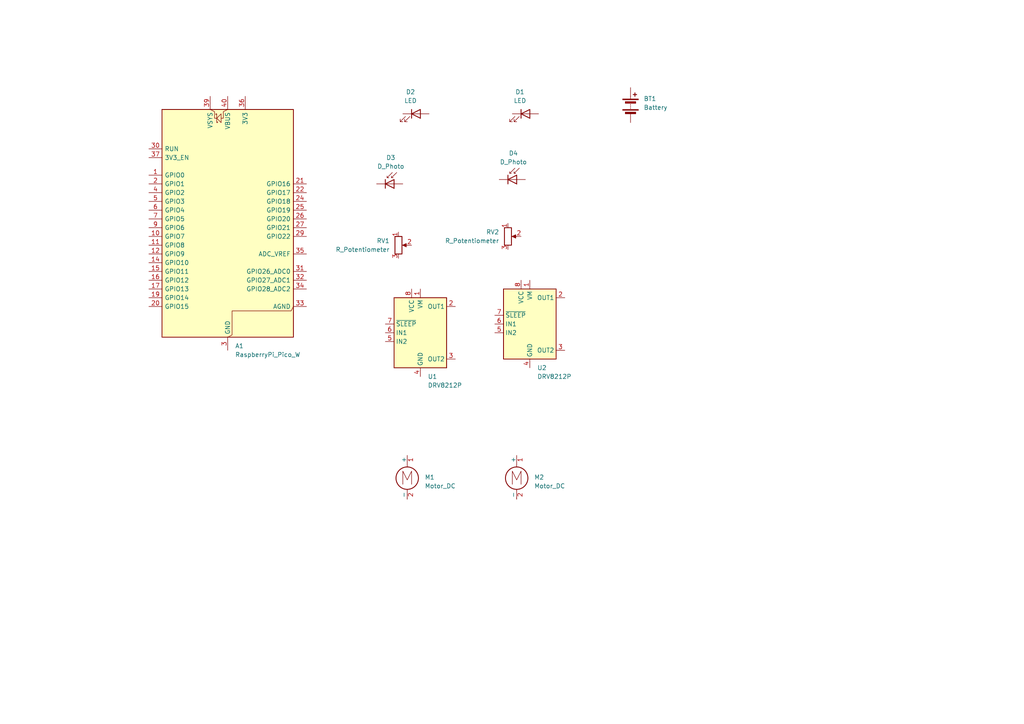
<source format=kicad_sch>
(kicad_sch
	(version 20250114)
	(generator "eeschema")
	(generator_version "9.0")
	(uuid "a1c311fc-695a-4ae7-a3de-e812e4629cb8")
	(paper "A4")
	(lib_symbols
		(symbol "Device:Battery"
			(pin_numbers
				(hide yes)
			)
			(pin_names
				(offset 0)
				(hide yes)
			)
			(exclude_from_sim no)
			(in_bom yes)
			(on_board yes)
			(property "Reference" "BT"
				(at 2.54 2.54 0)
				(effects
					(font
						(size 1.27 1.27)
					)
					(justify left)
				)
			)
			(property "Value" "Battery"
				(at 2.54 0 0)
				(effects
					(font
						(size 1.27 1.27)
					)
					(justify left)
				)
			)
			(property "Footprint" ""
				(at 0 1.524 90)
				(effects
					(font
						(size 1.27 1.27)
					)
					(hide yes)
				)
			)
			(property "Datasheet" "~"
				(at 0 1.524 90)
				(effects
					(font
						(size 1.27 1.27)
					)
					(hide yes)
				)
			)
			(property "Description" "Multiple-cell battery"
				(at 0 0 0)
				(effects
					(font
						(size 1.27 1.27)
					)
					(hide yes)
				)
			)
			(property "ki_keywords" "batt voltage-source cell"
				(at 0 0 0)
				(effects
					(font
						(size 1.27 1.27)
					)
					(hide yes)
				)
			)
			(symbol "Battery_0_1"
				(rectangle
					(start -2.286 1.778)
					(end 2.286 1.524)
					(stroke
						(width 0)
						(type default)
					)
					(fill
						(type outline)
					)
				)
				(rectangle
					(start -2.286 -1.27)
					(end 2.286 -1.524)
					(stroke
						(width 0)
						(type default)
					)
					(fill
						(type outline)
					)
				)
				(rectangle
					(start -1.524 1.016)
					(end 1.524 0.508)
					(stroke
						(width 0)
						(type default)
					)
					(fill
						(type outline)
					)
				)
				(rectangle
					(start -1.524 -2.032)
					(end 1.524 -2.54)
					(stroke
						(width 0)
						(type default)
					)
					(fill
						(type outline)
					)
				)
				(polyline
					(pts
						(xy 0 1.778) (xy 0 2.54)
					)
					(stroke
						(width 0)
						(type default)
					)
					(fill
						(type none)
					)
				)
				(polyline
					(pts
						(xy 0 0) (xy 0 0.254)
					)
					(stroke
						(width 0)
						(type default)
					)
					(fill
						(type none)
					)
				)
				(polyline
					(pts
						(xy 0 -0.508) (xy 0 -0.254)
					)
					(stroke
						(width 0)
						(type default)
					)
					(fill
						(type none)
					)
				)
				(polyline
					(pts
						(xy 0 -1.016) (xy 0 -0.762)
					)
					(stroke
						(width 0)
						(type default)
					)
					(fill
						(type none)
					)
				)
				(polyline
					(pts
						(xy 0.762 3.048) (xy 1.778 3.048)
					)
					(stroke
						(width 0.254)
						(type default)
					)
					(fill
						(type none)
					)
				)
				(polyline
					(pts
						(xy 1.27 3.556) (xy 1.27 2.54)
					)
					(stroke
						(width 0.254)
						(type default)
					)
					(fill
						(type none)
					)
				)
			)
			(symbol "Battery_1_1"
				(pin passive line
					(at 0 5.08 270)
					(length 2.54)
					(name "+"
						(effects
							(font
								(size 1.27 1.27)
							)
						)
					)
					(number "1"
						(effects
							(font
								(size 1.27 1.27)
							)
						)
					)
				)
				(pin passive line
					(at 0 -5.08 90)
					(length 2.54)
					(name "-"
						(effects
							(font
								(size 1.27 1.27)
							)
						)
					)
					(number "2"
						(effects
							(font
								(size 1.27 1.27)
							)
						)
					)
				)
			)
			(embedded_fonts no)
		)
		(symbol "Device:D_Photo"
			(pin_numbers
				(hide yes)
			)
			(pin_names
				(hide yes)
			)
			(exclude_from_sim no)
			(in_bom yes)
			(on_board yes)
			(property "Reference" "D"
				(at 0.508 1.778 0)
				(effects
					(font
						(size 1.27 1.27)
					)
					(justify left)
				)
			)
			(property "Value" "D_Photo"
				(at -1.016 -2.794 0)
				(effects
					(font
						(size 1.27 1.27)
					)
				)
			)
			(property "Footprint" ""
				(at -1.27 0 0)
				(effects
					(font
						(size 1.27 1.27)
					)
					(hide yes)
				)
			)
			(property "Datasheet" "~"
				(at -1.27 0 0)
				(effects
					(font
						(size 1.27 1.27)
					)
					(hide yes)
				)
			)
			(property "Description" "Photodiode"
				(at 0 0 0)
				(effects
					(font
						(size 1.27 1.27)
					)
					(hide yes)
				)
			)
			(property "ki_keywords" "photodiode diode opto"
				(at 0 0 0)
				(effects
					(font
						(size 1.27 1.27)
					)
					(hide yes)
				)
			)
			(symbol "D_Photo_0_1"
				(polyline
					(pts
						(xy -2.54 1.27) (xy -2.54 -1.27)
					)
					(stroke
						(width 0.254)
						(type default)
					)
					(fill
						(type none)
					)
				)
				(polyline
					(pts
						(xy -2.032 1.778) (xy -1.524 1.778)
					)
					(stroke
						(width 0)
						(type default)
					)
					(fill
						(type none)
					)
				)
				(polyline
					(pts
						(xy -0.508 3.302) (xy -2.032 1.778) (xy -2.032 2.286)
					)
					(stroke
						(width 0)
						(type default)
					)
					(fill
						(type none)
					)
				)
				(polyline
					(pts
						(xy 0 0) (xy -2.54 0)
					)
					(stroke
						(width 0)
						(type default)
					)
					(fill
						(type none)
					)
				)
				(polyline
					(pts
						(xy 0 -1.27) (xy 0 1.27) (xy -2.54 0) (xy 0 -1.27)
					)
					(stroke
						(width 0.254)
						(type default)
					)
					(fill
						(type none)
					)
				)
				(polyline
					(pts
						(xy 0.762 3.302) (xy -0.762 1.778) (xy -0.762 2.286) (xy -0.762 1.778) (xy -0.254 1.778)
					)
					(stroke
						(width 0)
						(type default)
					)
					(fill
						(type none)
					)
				)
			)
			(symbol "D_Photo_1_1"
				(pin passive line
					(at -5.08 0 0)
					(length 2.54)
					(name "K"
						(effects
							(font
								(size 1.27 1.27)
							)
						)
					)
					(number "1"
						(effects
							(font
								(size 1.27 1.27)
							)
						)
					)
				)
				(pin passive line
					(at 2.54 0 180)
					(length 2.54)
					(name "A"
						(effects
							(font
								(size 1.27 1.27)
							)
						)
					)
					(number "2"
						(effects
							(font
								(size 1.27 1.27)
							)
						)
					)
				)
			)
			(embedded_fonts no)
		)
		(symbol "Device:LED"
			(pin_numbers
				(hide yes)
			)
			(pin_names
				(offset 1.016)
				(hide yes)
			)
			(exclude_from_sim no)
			(in_bom yes)
			(on_board yes)
			(property "Reference" "D"
				(at 0 2.54 0)
				(effects
					(font
						(size 1.27 1.27)
					)
				)
			)
			(property "Value" "LED"
				(at 0 -2.54 0)
				(effects
					(font
						(size 1.27 1.27)
					)
				)
			)
			(property "Footprint" ""
				(at 0 0 0)
				(effects
					(font
						(size 1.27 1.27)
					)
					(hide yes)
				)
			)
			(property "Datasheet" "~"
				(at 0 0 0)
				(effects
					(font
						(size 1.27 1.27)
					)
					(hide yes)
				)
			)
			(property "Description" "Light emitting diode"
				(at 0 0 0)
				(effects
					(font
						(size 1.27 1.27)
					)
					(hide yes)
				)
			)
			(property "Sim.Pins" "1=K 2=A"
				(at 0 0 0)
				(effects
					(font
						(size 1.27 1.27)
					)
					(hide yes)
				)
			)
			(property "ki_keywords" "LED diode"
				(at 0 0 0)
				(effects
					(font
						(size 1.27 1.27)
					)
					(hide yes)
				)
			)
			(property "ki_fp_filters" "LED* LED_SMD:* LED_THT:*"
				(at 0 0 0)
				(effects
					(font
						(size 1.27 1.27)
					)
					(hide yes)
				)
			)
			(symbol "LED_0_1"
				(polyline
					(pts
						(xy -3.048 -0.762) (xy -4.572 -2.286) (xy -3.81 -2.286) (xy -4.572 -2.286) (xy -4.572 -1.524)
					)
					(stroke
						(width 0)
						(type default)
					)
					(fill
						(type none)
					)
				)
				(polyline
					(pts
						(xy -1.778 -0.762) (xy -3.302 -2.286) (xy -2.54 -2.286) (xy -3.302 -2.286) (xy -3.302 -1.524)
					)
					(stroke
						(width 0)
						(type default)
					)
					(fill
						(type none)
					)
				)
				(polyline
					(pts
						(xy -1.27 0) (xy 1.27 0)
					)
					(stroke
						(width 0)
						(type default)
					)
					(fill
						(type none)
					)
				)
				(polyline
					(pts
						(xy -1.27 -1.27) (xy -1.27 1.27)
					)
					(stroke
						(width 0.254)
						(type default)
					)
					(fill
						(type none)
					)
				)
				(polyline
					(pts
						(xy 1.27 -1.27) (xy 1.27 1.27) (xy -1.27 0) (xy 1.27 -1.27)
					)
					(stroke
						(width 0.254)
						(type default)
					)
					(fill
						(type none)
					)
				)
			)
			(symbol "LED_1_1"
				(pin passive line
					(at -3.81 0 0)
					(length 2.54)
					(name "K"
						(effects
							(font
								(size 1.27 1.27)
							)
						)
					)
					(number "1"
						(effects
							(font
								(size 1.27 1.27)
							)
						)
					)
				)
				(pin passive line
					(at 3.81 0 180)
					(length 2.54)
					(name "A"
						(effects
							(font
								(size 1.27 1.27)
							)
						)
					)
					(number "2"
						(effects
							(font
								(size 1.27 1.27)
							)
						)
					)
				)
			)
			(embedded_fonts no)
		)
		(symbol "Device:R_Potentiometer"
			(pin_names
				(offset 1.016)
				(hide yes)
			)
			(exclude_from_sim no)
			(in_bom yes)
			(on_board yes)
			(property "Reference" "RV"
				(at -4.445 0 90)
				(effects
					(font
						(size 1.27 1.27)
					)
				)
			)
			(property "Value" "R_Potentiometer"
				(at -2.54 0 90)
				(effects
					(font
						(size 1.27 1.27)
					)
				)
			)
			(property "Footprint" ""
				(at 0 0 0)
				(effects
					(font
						(size 1.27 1.27)
					)
					(hide yes)
				)
			)
			(property "Datasheet" "~"
				(at 0 0 0)
				(effects
					(font
						(size 1.27 1.27)
					)
					(hide yes)
				)
			)
			(property "Description" "Potentiometer"
				(at 0 0 0)
				(effects
					(font
						(size 1.27 1.27)
					)
					(hide yes)
				)
			)
			(property "ki_keywords" "resistor variable"
				(at 0 0 0)
				(effects
					(font
						(size 1.27 1.27)
					)
					(hide yes)
				)
			)
			(property "ki_fp_filters" "Potentiometer*"
				(at 0 0 0)
				(effects
					(font
						(size 1.27 1.27)
					)
					(hide yes)
				)
			)
			(symbol "R_Potentiometer_0_1"
				(rectangle
					(start 1.016 2.54)
					(end -1.016 -2.54)
					(stroke
						(width 0.254)
						(type default)
					)
					(fill
						(type none)
					)
				)
				(polyline
					(pts
						(xy 1.143 0) (xy 2.286 0.508) (xy 2.286 -0.508) (xy 1.143 0)
					)
					(stroke
						(width 0)
						(type default)
					)
					(fill
						(type outline)
					)
				)
				(polyline
					(pts
						(xy 2.54 0) (xy 1.524 0)
					)
					(stroke
						(width 0)
						(type default)
					)
					(fill
						(type none)
					)
				)
			)
			(symbol "R_Potentiometer_1_1"
				(pin passive line
					(at 0 3.81 270)
					(length 1.27)
					(name "1"
						(effects
							(font
								(size 1.27 1.27)
							)
						)
					)
					(number "1"
						(effects
							(font
								(size 1.27 1.27)
							)
						)
					)
				)
				(pin passive line
					(at 0 -3.81 90)
					(length 1.27)
					(name "3"
						(effects
							(font
								(size 1.27 1.27)
							)
						)
					)
					(number "3"
						(effects
							(font
								(size 1.27 1.27)
							)
						)
					)
				)
				(pin passive line
					(at 3.81 0 180)
					(length 1.27)
					(name "2"
						(effects
							(font
								(size 1.27 1.27)
							)
						)
					)
					(number "2"
						(effects
							(font
								(size 1.27 1.27)
							)
						)
					)
				)
			)
			(embedded_fonts no)
		)
		(symbol "Driver_Motor:DRV8212P"
			(exclude_from_sim no)
			(in_bom yes)
			(on_board yes)
			(property "Reference" "U"
				(at 6.35 11.43 0)
				(effects
					(font
						(size 1.27 1.27)
					)
				)
			)
			(property "Value" "DRV8212P"
				(at -10.16 11.43 0)
				(effects
					(font
						(size 1.27 1.27)
					)
				)
			)
			(property "Footprint" "Package_SON:WSON-8-1EP_2x2mm_P0.5mm_EP0.9x1.6mm_ThermalVias"
				(at 0 -21.59 0)
				(effects
					(font
						(size 1.27 1.27)
					)
					(hide yes)
				)
			)
			(property "Datasheet" "https://www.ti.com/lit/ds/symlink/drv8212p.pdf"
				(at 0 0 0)
				(effects
					(font
						(size 1.27 1.27)
					)
					(hide yes)
				)
			)
			(property "Description" "H-Bridge driver, 4A, Low Voltage, PWM input, WSON-8"
				(at 0 0 0)
				(effects
					(font
						(size 1.27 1.27)
					)
					(hide yes)
				)
			)
			(property "ki_keywords" "half bridge driver"
				(at 0 0 0)
				(effects
					(font
						(size 1.27 1.27)
					)
					(hide yes)
				)
			)
			(property "ki_fp_filters" "WSON*1EP*2x2mm*P0.5mm*"
				(at 0 0 0)
				(effects
					(font
						(size 1.27 1.27)
					)
					(hide yes)
				)
			)
			(symbol "DRV8212P_0_1"
				(rectangle
					(start -7.62 10.16)
					(end 7.62 -10.16)
					(stroke
						(width 0.254)
						(type default)
					)
					(fill
						(type background)
					)
				)
			)
			(symbol "DRV8212P_1_1"
				(pin input line
					(at -10.16 2.54 0)
					(length 2.54)
					(name "~{SLEEP}"
						(effects
							(font
								(size 1.27 1.27)
							)
						)
					)
					(number "7"
						(effects
							(font
								(size 1.27 1.27)
							)
						)
					)
				)
				(pin input line
					(at -10.16 0 0)
					(length 2.54)
					(name "IN1"
						(effects
							(font
								(size 1.27 1.27)
							)
						)
					)
					(number "6"
						(effects
							(font
								(size 1.27 1.27)
							)
						)
					)
				)
				(pin input line
					(at -10.16 -2.54 0)
					(length 2.54)
					(name "IN2"
						(effects
							(font
								(size 1.27 1.27)
							)
						)
					)
					(number "5"
						(effects
							(font
								(size 1.27 1.27)
							)
						)
					)
				)
				(pin power_in line
					(at -2.54 12.7 270)
					(length 2.54)
					(name "VCC"
						(effects
							(font
								(size 1.27 1.27)
							)
						)
					)
					(number "8"
						(effects
							(font
								(size 1.27 1.27)
							)
						)
					)
				)
				(pin power_in line
					(at 0 12.7 270)
					(length 2.54)
					(name "VM"
						(effects
							(font
								(size 1.27 1.27)
							)
						)
					)
					(number "1"
						(effects
							(font
								(size 1.27 1.27)
							)
						)
					)
				)
				(pin power_in line
					(at 0 -12.7 90)
					(length 2.54)
					(name "GND"
						(effects
							(font
								(size 1.27 1.27)
							)
						)
					)
					(number "4"
						(effects
							(font
								(size 1.27 1.27)
							)
						)
					)
				)
				(pin passive line
					(at 0 -12.7 90)
					(length 2.54)
					(hide yes)
					(name "GND"
						(effects
							(font
								(size 1.27 1.27)
							)
						)
					)
					(number "9"
						(effects
							(font
								(size 1.27 1.27)
							)
						)
					)
				)
				(pin output line
					(at 10.16 7.62 180)
					(length 2.54)
					(name "OUT1"
						(effects
							(font
								(size 1.27 1.27)
							)
						)
					)
					(number "2"
						(effects
							(font
								(size 1.27 1.27)
							)
						)
					)
				)
				(pin output line
					(at 10.16 -7.62 180)
					(length 2.54)
					(name "OUT2"
						(effects
							(font
								(size 1.27 1.27)
							)
						)
					)
					(number "3"
						(effects
							(font
								(size 1.27 1.27)
							)
						)
					)
				)
			)
			(embedded_fonts no)
		)
		(symbol "MCU_Module:RaspberryPi_Pico_W"
			(pin_names
				(offset 0.762)
			)
			(exclude_from_sim no)
			(in_bom yes)
			(on_board yes)
			(property "Reference" "A"
				(at -19.05 35.56 0)
				(effects
					(font
						(size 1.27 1.27)
					)
					(justify left)
				)
			)
			(property "Value" "RaspberryPi_Pico_W"
				(at 7.62 35.56 0)
				(effects
					(font
						(size 1.27 1.27)
					)
					(justify left)
				)
			)
			(property "Footprint" "Module:RaspberryPi_Pico_W_SMD_HandSolder"
				(at 0 -46.99 0)
				(effects
					(font
						(size 1.27 1.27)
					)
					(hide yes)
				)
			)
			(property "Datasheet" "https://datasheets.raspberrypi.com/picow/pico-w-datasheet.pdf"
				(at 0 -49.53 0)
				(effects
					(font
						(size 1.27 1.27)
					)
					(hide yes)
				)
			)
			(property "Description" "Versatile and inexpensive wireless microcontroller module powered by RP2040 dual-core Arm Cortex-M0+ processor up to 133 MHz, 264kB SRAM, 2MB QSPI flash, Infineon CYW43439 2.4GHz 802.11n wireless LAN; also supports Raspberry Pi Pico 2 W"
				(at 0 -52.07 0)
				(effects
					(font
						(size 1.27 1.27)
					)
					(hide yes)
				)
			)
			(property "ki_keywords" "RP2350A M33 RISC-V Hazard3 usb wifi bluetooth"
				(at 0 0 0)
				(effects
					(font
						(size 1.27 1.27)
					)
					(hide yes)
				)
			)
			(property "ki_fp_filters" "RaspberryPi?Pico?Common* RaspberryPi?Pico?W?SMD*"
				(at 0 0 0)
				(effects
					(font
						(size 1.27 1.27)
					)
					(hide yes)
				)
			)
			(symbol "RaspberryPi_Pico_W_0_1"
				(rectangle
					(start -19.05 34.29)
					(end 19.05 -31.75)
					(stroke
						(width 0.254)
						(type default)
					)
					(fill
						(type background)
					)
				)
				(polyline
					(pts
						(xy -5.08 34.29) (xy -3.81 33.655) (xy -3.81 31.75) (xy -3.175 31.75)
					)
					(stroke
						(width 0)
						(type default)
					)
					(fill
						(type none)
					)
				)
				(polyline
					(pts
						(xy -3.429 32.766) (xy -3.429 33.02) (xy -3.175 33.02) (xy -3.175 30.48) (xy -2.921 30.48) (xy -2.921 30.734)
					)
					(stroke
						(width 0)
						(type default)
					)
					(fill
						(type none)
					)
				)
				(polyline
					(pts
						(xy -3.175 31.75) (xy -1.905 33.02) (xy -1.905 30.48) (xy -3.175 31.75)
					)
					(stroke
						(width 0)
						(type default)
					)
					(fill
						(type none)
					)
				)
				(polyline
					(pts
						(xy 0 34.29) (xy -1.27 33.655) (xy -1.27 31.75) (xy -1.905 31.75)
					)
					(stroke
						(width 0)
						(type default)
					)
					(fill
						(type none)
					)
				)
				(polyline
					(pts
						(xy 0 -31.75) (xy 1.27 -31.115) (xy 1.27 -24.13) (xy 18.415 -24.13) (xy 19.05 -22.86)
					)
					(stroke
						(width 0)
						(type default)
					)
					(fill
						(type none)
					)
				)
			)
			(symbol "RaspberryPi_Pico_W_1_1"
				(pin passive line
					(at -22.86 22.86 0)
					(length 3.81)
					(name "RUN"
						(effects
							(font
								(size 1.27 1.27)
							)
						)
					)
					(number "30"
						(effects
							(font
								(size 1.27 1.27)
							)
						)
					)
					(alternate "~{RESET}" passive line)
				)
				(pin passive line
					(at -22.86 20.32 0)
					(length 3.81)
					(name "3V3_EN"
						(effects
							(font
								(size 1.27 1.27)
							)
						)
					)
					(number "37"
						(effects
							(font
								(size 1.27 1.27)
							)
						)
					)
					(alternate "~{3V3_DISABLE}" passive line)
				)
				(pin bidirectional line
					(at -22.86 15.24 0)
					(length 3.81)
					(name "GPIO0"
						(effects
							(font
								(size 1.27 1.27)
							)
						)
					)
					(number "1"
						(effects
							(font
								(size 1.27 1.27)
							)
						)
					)
					(alternate "I2C0_SDA" bidirectional line)
					(alternate "PWM0_A" output line)
					(alternate "SPI0_RX" input line)
					(alternate "UART0_TX" output line)
					(alternate "USB_OVCUR_DET" input line)
				)
				(pin bidirectional line
					(at -22.86 12.7 0)
					(length 3.81)
					(name "GPIO1"
						(effects
							(font
								(size 1.27 1.27)
							)
						)
					)
					(number "2"
						(effects
							(font
								(size 1.27 1.27)
							)
						)
					)
					(alternate "I2C0_SCL" bidirectional clock)
					(alternate "PWM0_B" bidirectional line)
					(alternate "UART0_RX" input line)
					(alternate "USB_VBUS_DET" passive line)
					(alternate "~{SPI0_CSn}" bidirectional line)
				)
				(pin bidirectional line
					(at -22.86 10.16 0)
					(length 3.81)
					(name "GPIO2"
						(effects
							(font
								(size 1.27 1.27)
							)
						)
					)
					(number "4"
						(effects
							(font
								(size 1.27 1.27)
							)
						)
					)
					(alternate "I2C1_SDA" bidirectional line)
					(alternate "PWM1_A" output line)
					(alternate "SPI0_SCK" bidirectional clock)
					(alternate "UART0_CTS" input line)
					(alternate "USB_VBUS_EN" output line)
				)
				(pin bidirectional line
					(at -22.86 7.62 0)
					(length 3.81)
					(name "GPIO3"
						(effects
							(font
								(size 1.27 1.27)
							)
						)
					)
					(number "5"
						(effects
							(font
								(size 1.27 1.27)
							)
						)
					)
					(alternate "I2C1_SCL" bidirectional clock)
					(alternate "PWM1_B" bidirectional line)
					(alternate "SPI0_TX" output line)
					(alternate "UART0_RTS" output line)
					(alternate "USB_OVCUR_DET" input line)
				)
				(pin bidirectional line
					(at -22.86 5.08 0)
					(length 3.81)
					(name "GPIO4"
						(effects
							(font
								(size 1.27 1.27)
							)
						)
					)
					(number "6"
						(effects
							(font
								(size 1.27 1.27)
							)
						)
					)
					(alternate "I2C0_SDA" bidirectional line)
					(alternate "PWM2_A" output line)
					(alternate "SPI0_RX" input line)
					(alternate "UART1_TX" output line)
					(alternate "USB_VBUS_DET" input line)
				)
				(pin bidirectional line
					(at -22.86 2.54 0)
					(length 3.81)
					(name "GPIO5"
						(effects
							(font
								(size 1.27 1.27)
							)
						)
					)
					(number "7"
						(effects
							(font
								(size 1.27 1.27)
							)
						)
					)
					(alternate "I2C0_SCL" bidirectional clock)
					(alternate "PWM2_B" bidirectional line)
					(alternate "UART1_RX" input line)
					(alternate "USB_VBUS_EN" output line)
					(alternate "~{SPI0_CSn}" bidirectional line)
				)
				(pin bidirectional line
					(at -22.86 0 0)
					(length 3.81)
					(name "GPIO6"
						(effects
							(font
								(size 1.27 1.27)
							)
						)
					)
					(number "9"
						(effects
							(font
								(size 1.27 1.27)
							)
						)
					)
					(alternate "I2C1_SDA" bidirectional line)
					(alternate "PWM3_A" output line)
					(alternate "SPI0_SCK" bidirectional clock)
					(alternate "UART1_CTS" input line)
					(alternate "USB_OVCUR_DET" input line)
				)
				(pin bidirectional line
					(at -22.86 -2.54 0)
					(length 3.81)
					(name "GPIO7"
						(effects
							(font
								(size 1.27 1.27)
							)
						)
					)
					(number "10"
						(effects
							(font
								(size 1.27 1.27)
							)
						)
					)
					(alternate "I2C1_SCL" bidirectional clock)
					(alternate "PWM3_B" bidirectional line)
					(alternate "SPI0_TX" output line)
					(alternate "UART1_RTS" output line)
					(alternate "USB_VBUS_DET" input line)
				)
				(pin bidirectional line
					(at -22.86 -5.08 0)
					(length 3.81)
					(name "GPIO8"
						(effects
							(font
								(size 1.27 1.27)
							)
						)
					)
					(number "11"
						(effects
							(font
								(size 1.27 1.27)
							)
						)
					)
					(alternate "I2C0_SDA" bidirectional line)
					(alternate "PWM4_A" output line)
					(alternate "SPI1_RX" input line)
					(alternate "UART1_TX" output line)
					(alternate "USB_VBUS_EN" output line)
				)
				(pin bidirectional line
					(at -22.86 -7.62 0)
					(length 3.81)
					(name "GPIO9"
						(effects
							(font
								(size 1.27 1.27)
							)
						)
					)
					(number "12"
						(effects
							(font
								(size 1.27 1.27)
							)
						)
					)
					(alternate "I2C0_SCL" bidirectional clock)
					(alternate "PWM4_B" bidirectional line)
					(alternate "UART1_RX" input line)
					(alternate "USB_OVCUR_DET" input line)
					(alternate "~{SPI1_CSn}" bidirectional line)
				)
				(pin bidirectional line
					(at -22.86 -10.16 0)
					(length 3.81)
					(name "GPIO10"
						(effects
							(font
								(size 1.27 1.27)
							)
						)
					)
					(number "14"
						(effects
							(font
								(size 1.27 1.27)
							)
						)
					)
					(alternate "I2C1_SDA" bidirectional line)
					(alternate "PWM5_A" output line)
					(alternate "SPI1_SCK" bidirectional clock)
					(alternate "UART1_CTS" input line)
					(alternate "USB_VBUS_DET" input line)
				)
				(pin bidirectional line
					(at -22.86 -12.7 0)
					(length 3.81)
					(name "GPIO11"
						(effects
							(font
								(size 1.27 1.27)
							)
						)
					)
					(number "15"
						(effects
							(font
								(size 1.27 1.27)
							)
						)
					)
					(alternate "I2C1_SCL" bidirectional clock)
					(alternate "PWM5_B" bidirectional line)
					(alternate "SPI1_TX" output line)
					(alternate "UART1_RTS" output line)
					(alternate "USB_VBUS_EN" output line)
				)
				(pin bidirectional line
					(at -22.86 -15.24 0)
					(length 3.81)
					(name "GPIO12"
						(effects
							(font
								(size 1.27 1.27)
							)
						)
					)
					(number "16"
						(effects
							(font
								(size 1.27 1.27)
							)
						)
					)
					(alternate "I2C0_SDA" bidirectional line)
					(alternate "PWM6_A" output line)
					(alternate "SPI1_RX" input line)
					(alternate "UART0_TX" output line)
					(alternate "USB_OVCUR_DET" input line)
				)
				(pin bidirectional line
					(at -22.86 -17.78 0)
					(length 3.81)
					(name "GPIO13"
						(effects
							(font
								(size 1.27 1.27)
							)
						)
					)
					(number "17"
						(effects
							(font
								(size 1.27 1.27)
							)
						)
					)
					(alternate "I2C0_SCL" bidirectional clock)
					(alternate "PWM6_B" bidirectional line)
					(alternate "UART0_RX" input line)
					(alternate "USB_VBUS_DET" input line)
					(alternate "~{SPI1_CSn}" bidirectional line)
				)
				(pin bidirectional line
					(at -22.86 -20.32 0)
					(length 3.81)
					(name "GPIO14"
						(effects
							(font
								(size 1.27 1.27)
							)
						)
					)
					(number "19"
						(effects
							(font
								(size 1.27 1.27)
							)
						)
					)
					(alternate "I2C1_SDA" bidirectional line)
					(alternate "PWM7_A" output line)
					(alternate "SPI1_SCK" bidirectional clock)
					(alternate "UART0_CTS" input line)
					(alternate "USB_VBUS_EN" output line)
				)
				(pin bidirectional line
					(at -22.86 -22.86 0)
					(length 3.81)
					(name "GPIO15"
						(effects
							(font
								(size 1.27 1.27)
							)
						)
					)
					(number "20"
						(effects
							(font
								(size 1.27 1.27)
							)
						)
					)
					(alternate "I2C1_SCL" bidirectional clock)
					(alternate "PWM7_B" bidirectional line)
					(alternate "SPI1_TX" output line)
					(alternate "UART0_RTS" output line)
					(alternate "USB_OVCUR_DET" input line)
				)
				(pin power_in line
					(at -5.08 38.1 270)
					(length 3.81)
					(name "VSYS"
						(effects
							(font
								(size 1.27 1.27)
							)
						)
					)
					(number "39"
						(effects
							(font
								(size 1.27 1.27)
							)
						)
					)
					(alternate "VSYS_OUT" power_out line)
				)
				(pin power_out line
					(at 0 38.1 270)
					(length 3.81)
					(name "VBUS"
						(effects
							(font
								(size 1.27 1.27)
							)
						)
					)
					(number "40"
						(effects
							(font
								(size 1.27 1.27)
							)
						)
					)
					(alternate "VBUS_IN" power_in line)
				)
				(pin passive line
					(at 0 -35.56 90)
					(length 3.81)
					(hide yes)
					(name "GND"
						(effects
							(font
								(size 1.27 1.27)
							)
						)
					)
					(number "13"
						(effects
							(font
								(size 1.27 1.27)
							)
						)
					)
				)
				(pin passive line
					(at 0 -35.56 90)
					(length 3.81)
					(hide yes)
					(name "GND"
						(effects
							(font
								(size 1.27 1.27)
							)
						)
					)
					(number "18"
						(effects
							(font
								(size 1.27 1.27)
							)
						)
					)
				)
				(pin passive line
					(at 0 -35.56 90)
					(length 3.81)
					(hide yes)
					(name "GND"
						(effects
							(font
								(size 1.27 1.27)
							)
						)
					)
					(number "23"
						(effects
							(font
								(size 1.27 1.27)
							)
						)
					)
				)
				(pin passive line
					(at 0 -35.56 90)
					(length 3.81)
					(hide yes)
					(name "GND"
						(effects
							(font
								(size 1.27 1.27)
							)
						)
					)
					(number "28"
						(effects
							(font
								(size 1.27 1.27)
							)
						)
					)
				)
				(pin power_out line
					(at 0 -35.56 90)
					(length 3.81)
					(name "GND"
						(effects
							(font
								(size 1.27 1.27)
							)
						)
					)
					(number "3"
						(effects
							(font
								(size 1.27 1.27)
							)
						)
					)
					(alternate "GND_IN" power_in line)
				)
				(pin passive line
					(at 0 -35.56 90)
					(length 3.81)
					(hide yes)
					(name "GND"
						(effects
							(font
								(size 1.27 1.27)
							)
						)
					)
					(number "38"
						(effects
							(font
								(size 1.27 1.27)
							)
						)
					)
				)
				(pin passive line
					(at 0 -35.56 90)
					(length 3.81)
					(hide yes)
					(name "GND"
						(effects
							(font
								(size 1.27 1.27)
							)
						)
					)
					(number "8"
						(effects
							(font
								(size 1.27 1.27)
							)
						)
					)
				)
				(pin power_out line
					(at 5.08 38.1 270)
					(length 3.81)
					(name "3V3"
						(effects
							(font
								(size 1.27 1.27)
							)
						)
					)
					(number "36"
						(effects
							(font
								(size 1.27 1.27)
							)
						)
					)
				)
				(pin bidirectional line
					(at 22.86 12.7 180)
					(length 3.81)
					(name "GPIO16"
						(effects
							(font
								(size 1.27 1.27)
							)
						)
					)
					(number "21"
						(effects
							(font
								(size 1.27 1.27)
							)
						)
					)
					(alternate "I2C0_SDA" bidirectional line)
					(alternate "PWM0_A" output line)
					(alternate "SPI0_RX" input line)
					(alternate "UART0_TX" output line)
					(alternate "USB_VBUS_DET" input line)
				)
				(pin bidirectional line
					(at 22.86 10.16 180)
					(length 3.81)
					(name "GPIO17"
						(effects
							(font
								(size 1.27 1.27)
							)
						)
					)
					(number "22"
						(effects
							(font
								(size 1.27 1.27)
							)
						)
					)
					(alternate "I2C0_SCL" bidirectional clock)
					(alternate "PWM0_B" bidirectional line)
					(alternate "UART0_RX" input line)
					(alternate "USB_VBUS_EN" output line)
					(alternate "~{SPI0_CSn}" bidirectional line)
				)
				(pin bidirectional line
					(at 22.86 7.62 180)
					(length 3.81)
					(name "GPIO18"
						(effects
							(font
								(size 1.27 1.27)
							)
						)
					)
					(number "24"
						(effects
							(font
								(size 1.27 1.27)
							)
						)
					)
					(alternate "I2C1_SDA" bidirectional line)
					(alternate "PWM1_A" output line)
					(alternate "SPI0_SCK" bidirectional clock)
					(alternate "UART0_CTS" input line)
					(alternate "USB_OVCUR_DET" input line)
				)
				(pin bidirectional line
					(at 22.86 5.08 180)
					(length 3.81)
					(name "GPIO19"
						(effects
							(font
								(size 1.27 1.27)
							)
						)
					)
					(number "25"
						(effects
							(font
								(size 1.27 1.27)
							)
						)
					)
					(alternate "I2C1_SCL" bidirectional clock)
					(alternate "PWM1_B" bidirectional line)
					(alternate "SPI0_TX" output line)
					(alternate "UART0_RTS" output line)
					(alternate "USB_VBUS_DET" input line)
				)
				(pin bidirectional line
					(at 22.86 2.54 180)
					(length 3.81)
					(name "GPIO20"
						(effects
							(font
								(size 1.27 1.27)
							)
						)
					)
					(number "26"
						(effects
							(font
								(size 1.27 1.27)
							)
						)
					)
					(alternate "CLOCK_GPIN0" input clock)
					(alternate "I2C0_SDA" bidirectional line)
					(alternate "PWM2_A" output line)
					(alternate "SPI0_RX" input line)
					(alternate "UART1_TX" output line)
					(alternate "USB_VBUS_EN" output line)
				)
				(pin bidirectional line
					(at 22.86 0 180)
					(length 3.81)
					(name "GPIO21"
						(effects
							(font
								(size 1.27 1.27)
							)
						)
					)
					(number "27"
						(effects
							(font
								(size 1.27 1.27)
							)
						)
					)
					(alternate "CLOCK_GPOUT0" output clock)
					(alternate "I2C0_SCL" bidirectional clock)
					(alternate "PWM2_B" bidirectional line)
					(alternate "UART1_RX" input line)
					(alternate "USB_OVCUR_DET" input line)
					(alternate "~{SPI0_CSn}" bidirectional line)
				)
				(pin bidirectional line
					(at 22.86 -2.54 180)
					(length 3.81)
					(name "GPIO22"
						(effects
							(font
								(size 1.27 1.27)
							)
						)
					)
					(number "29"
						(effects
							(font
								(size 1.27 1.27)
							)
						)
					)
					(alternate "CLOCK_GPIN1" input clock)
					(alternate "I2C1_SDA" bidirectional line)
					(alternate "PWM3_A" output line)
					(alternate "SPI0_SCK" bidirectional clock)
					(alternate "UART1_CTS" input line)
					(alternate "USB_VBUS_DET" input line)
				)
				(pin power_in line
					(at 22.86 -7.62 180)
					(length 3.81)
					(name "ADC_VREF"
						(effects
							(font
								(size 1.27 1.27)
							)
						)
					)
					(number "35"
						(effects
							(font
								(size 1.27 1.27)
							)
						)
					)
				)
				(pin bidirectional line
					(at 22.86 -12.7 180)
					(length 3.81)
					(name "GPIO26_ADC0"
						(effects
							(font
								(size 1.27 1.27)
							)
						)
					)
					(number "31"
						(effects
							(font
								(size 1.27 1.27)
							)
						)
					)
					(alternate "ADC0" input line)
					(alternate "GPIO26" bidirectional line)
					(alternate "I2C1_SDA" bidirectional line)
					(alternate "PWM5_A" output line)
					(alternate "SPI1_SCK" bidirectional clock)
					(alternate "UART1_CTS" input line)
					(alternate "USB_VBUS_EN" output line)
				)
				(pin bidirectional line
					(at 22.86 -15.24 180)
					(length 3.81)
					(name "GPIO27_ADC1"
						(effects
							(font
								(size 1.27 1.27)
							)
						)
					)
					(number "32"
						(effects
							(font
								(size 1.27 1.27)
							)
						)
					)
					(alternate "ADC1" input line)
					(alternate "GPIO27" bidirectional line)
					(alternate "I2C1_SCL" bidirectional clock)
					(alternate "PWM5_B" bidirectional line)
					(alternate "SPI1_TX" output line)
					(alternate "UART1_RTS" output line)
					(alternate "USB_OVCUR_DET" input line)
				)
				(pin bidirectional line
					(at 22.86 -17.78 180)
					(length 3.81)
					(name "GPIO28_ADC2"
						(effects
							(font
								(size 1.27 1.27)
							)
						)
					)
					(number "34"
						(effects
							(font
								(size 1.27 1.27)
							)
						)
					)
					(alternate "ADC2" input line)
					(alternate "GPIO28" bidirectional line)
					(alternate "I2C0_SDA" bidirectional line)
					(alternate "PWM6_A" output line)
					(alternate "SPI1_RX" input line)
					(alternate "UART0_TX" output line)
					(alternate "USB_VBUS_DET" input line)
				)
				(pin power_out line
					(at 22.86 -22.86 180)
					(length 3.81)
					(name "AGND"
						(effects
							(font
								(size 1.27 1.27)
							)
						)
					)
					(number "33"
						(effects
							(font
								(size 1.27 1.27)
							)
						)
					)
					(alternate "GND" passive line)
				)
			)
			(embedded_fonts no)
		)
		(symbol "Motor:Motor_DC"
			(pin_names
				(offset 0)
			)
			(exclude_from_sim no)
			(in_bom yes)
			(on_board yes)
			(property "Reference" "M"
				(at 2.54 2.54 0)
				(effects
					(font
						(size 1.27 1.27)
					)
					(justify left)
				)
			)
			(property "Value" "Motor_DC"
				(at 2.54 -5.08 0)
				(effects
					(font
						(size 1.27 1.27)
					)
					(justify left top)
				)
			)
			(property "Footprint" ""
				(at 0 -2.286 0)
				(effects
					(font
						(size 1.27 1.27)
					)
					(hide yes)
				)
			)
			(property "Datasheet" "~"
				(at 0 -2.286 0)
				(effects
					(font
						(size 1.27 1.27)
					)
					(hide yes)
				)
			)
			(property "Description" "DC Motor"
				(at 0 0 0)
				(effects
					(font
						(size 1.27 1.27)
					)
					(hide yes)
				)
			)
			(property "ki_keywords" "DC Motor"
				(at 0 0 0)
				(effects
					(font
						(size 1.27 1.27)
					)
					(hide yes)
				)
			)
			(property "ki_fp_filters" "PinHeader*P2.54mm* TerminalBlock*"
				(at 0 0 0)
				(effects
					(font
						(size 1.27 1.27)
					)
					(hide yes)
				)
			)
			(symbol "Motor_DC_0_0"
				(polyline
					(pts
						(xy -1.27 -3.302) (xy -1.27 0.508) (xy 0 -2.032) (xy 1.27 0.508) (xy 1.27 -3.302)
					)
					(stroke
						(width 0)
						(type default)
					)
					(fill
						(type none)
					)
				)
			)
			(symbol "Motor_DC_0_1"
				(polyline
					(pts
						(xy 0 2.032) (xy 0 2.54)
					)
					(stroke
						(width 0)
						(type default)
					)
					(fill
						(type none)
					)
				)
				(polyline
					(pts
						(xy 0 1.7272) (xy 0 2.0828)
					)
					(stroke
						(width 0)
						(type default)
					)
					(fill
						(type none)
					)
				)
				(circle
					(center 0 -1.524)
					(radius 3.2512)
					(stroke
						(width 0.254)
						(type default)
					)
					(fill
						(type none)
					)
				)
				(polyline
					(pts
						(xy 0 -4.7752) (xy 0 -5.1816)
					)
					(stroke
						(width 0)
						(type default)
					)
					(fill
						(type none)
					)
				)
				(polyline
					(pts
						(xy 0 -7.62) (xy 0 -7.112)
					)
					(stroke
						(width 0)
						(type default)
					)
					(fill
						(type none)
					)
				)
			)
			(symbol "Motor_DC_1_1"
				(pin passive line
					(at 0 5.08 270)
					(length 2.54)
					(name "+"
						(effects
							(font
								(size 1.27 1.27)
							)
						)
					)
					(number "1"
						(effects
							(font
								(size 1.27 1.27)
							)
						)
					)
				)
				(pin passive line
					(at 0 -7.62 90)
					(length 2.54)
					(name "-"
						(effects
							(font
								(size 1.27 1.27)
							)
						)
					)
					(number "2"
						(effects
							(font
								(size 1.27 1.27)
							)
						)
					)
				)
			)
			(embedded_fonts no)
		)
	)
	(symbol
		(lib_id "MCU_Module:RaspberryPi_Pico_W")
		(at 66.04 66.04 0)
		(unit 1)
		(exclude_from_sim no)
		(in_bom yes)
		(on_board yes)
		(dnp no)
		(fields_autoplaced yes)
		(uuid "29ad6108-0716-4247-8a3c-e22b9d847a1c")
		(property "Reference" "A1"
			(at 68.1833 100.33 0)
			(effects
				(font
					(size 1.27 1.27)
				)
				(justify left)
			)
		)
		(property "Value" "RaspberryPi_Pico_W"
			(at 68.1833 102.87 0)
			(effects
				(font
					(size 1.27 1.27)
				)
				(justify left)
			)
		)
		(property "Footprint" "Module:RaspberryPi_Pico_W_SMD_HandSolder"
			(at 66.04 113.03 0)
			(effects
				(font
					(size 1.27 1.27)
				)
				(hide yes)
			)
		)
		(property "Datasheet" "https://datasheets.raspberrypi.com/picow/pico-w-datasheet.pdf"
			(at 66.04 115.57 0)
			(effects
				(font
					(size 1.27 1.27)
				)
				(hide yes)
			)
		)
		(property "Description" "Versatile and inexpensive wireless microcontroller module powered by RP2040 dual-core Arm Cortex-M0+ processor up to 133 MHz, 264kB SRAM, 2MB QSPI flash, Infineon CYW43439 2.4GHz 802.11n wireless LAN; also supports Raspberry Pi Pico 2 W"
			(at 66.04 118.11 0)
			(effects
				(font
					(size 1.27 1.27)
				)
				(hide yes)
			)
		)
		(pin "40"
			(uuid "538e20ca-8e2c-46dd-a1ac-7f2f94760ac8")
		)
		(pin "11"
			(uuid "ce4c0e91-d717-4606-972b-8551d4625d16")
		)
		(pin "16"
			(uuid "c60fc6c8-a73d-4727-b951-e65492589be9")
		)
		(pin "1"
			(uuid "d3496d0b-a05d-4795-8f8a-4410edef7422")
		)
		(pin "2"
			(uuid "274a2cbb-d9e9-4ec0-8b31-6afa8617a316")
		)
		(pin "37"
			(uuid "05ced3ee-24ba-4381-ab29-fad93ca3a8db")
		)
		(pin "9"
			(uuid "5fb8d11b-272b-4e15-9b62-b9ee6762070c")
		)
		(pin "12"
			(uuid "e1cf3ecd-140b-4d0c-b8ec-732af8106b03")
		)
		(pin "14"
			(uuid "4866e1e2-6c3c-4cb3-9cef-3604cc9d5c1e")
		)
		(pin "19"
			(uuid "35ff8c46-85cc-4509-b766-503751b84d51")
		)
		(pin "5"
			(uuid "8de12a5b-7500-4f5e-b006-040e958e65b6")
		)
		(pin "39"
			(uuid "f96f5a8e-17c9-42db-9421-2052d1f50a0e")
		)
		(pin "24"
			(uuid "2e85407c-0759-49fc-b52a-9daa514e9ae0")
		)
		(pin "35"
			(uuid "6042b69d-4ed2-4066-90b5-48826cc3b398")
		)
		(pin "32"
			(uuid "8bddcb2a-9d7b-4d72-9493-a25036a5c896")
		)
		(pin "6"
			(uuid "47202cfe-4cb8-4cb8-903a-16256d177f80")
		)
		(pin "34"
			(uuid "0672a760-5129-4573-899c-5435d1e03b2a")
		)
		(pin "33"
			(uuid "0dc38bb9-db8e-412f-b67b-2a081f7836f0")
		)
		(pin "17"
			(uuid "35c6f807-1d9e-423c-858d-b8041e9bf4b1")
		)
		(pin "10"
			(uuid "516f6ddc-eed7-4171-a377-96378c5cd665")
		)
		(pin "18"
			(uuid "b0baf885-84bc-48ff-86dc-37d8f4f838bf")
		)
		(pin "3"
			(uuid "10999d86-0bcf-4d01-bf9e-0bfd0748b25e")
		)
		(pin "28"
			(uuid "82a6b1f1-2754-41a6-b61d-e5ca796acacc")
		)
		(pin "30"
			(uuid "ba883882-e745-4553-bd86-815d8425b772")
		)
		(pin "7"
			(uuid "b0224380-5f17-4670-a08f-6fa539d11858")
		)
		(pin "20"
			(uuid "19a49219-3633-4187-9cd0-dd2ad2254b84")
		)
		(pin "15"
			(uuid "7b70f4ad-5ad0-46bf-9dc0-aebe94d2ac05")
		)
		(pin "4"
			(uuid "b052eb84-b8a0-4800-be4d-36bf058e9564")
		)
		(pin "23"
			(uuid "66b34994-0a20-4ca4-be00-4908dfe2ac66")
		)
		(pin "36"
			(uuid "15b3a789-1dc7-4e76-9bcd-87dff00701d7")
		)
		(pin "21"
			(uuid "4bc071b9-b61b-441d-afa2-11f13a7fbf6d")
		)
		(pin "25"
			(uuid "75b59aed-6e2e-4782-bea0-f7e5e30dc476")
		)
		(pin "26"
			(uuid "39ba846a-700e-4069-911a-06fea3ed072f")
		)
		(pin "27"
			(uuid "e4a7038e-5679-4df9-b223-472929f1286b")
		)
		(pin "29"
			(uuid "b231fc99-7b47-49c9-aa8c-a028a20680a6")
		)
		(pin "13"
			(uuid "a81328e7-bb9e-4760-87e7-e091964680bc")
		)
		(pin "8"
			(uuid "44cb5b52-124d-43b3-b8f4-ed01f31a2252")
		)
		(pin "38"
			(uuid "0b8e02ad-0ecf-403f-a22c-f281328d66c7")
		)
		(pin "31"
			(uuid "420e1583-92d7-484e-a3c9-4743a2d7cee8")
		)
		(pin "22"
			(uuid "44cb557d-ccb1-43d9-a85c-7f1141bb91b0")
		)
		(instances
			(project ""
				(path "/a1c311fc-695a-4ae7-a3de-e812e4629cb8"
					(reference "A1")
					(unit 1)
				)
			)
		)
	)
	(symbol
		(lib_id "Device:D_Photo")
		(at 149.86 52.07 0)
		(unit 1)
		(exclude_from_sim no)
		(in_bom yes)
		(on_board yes)
		(dnp no)
		(fields_autoplaced yes)
		(uuid "37756213-512b-4fe2-ba75-3ad974e9e0fb")
		(property "Reference" "D4"
			(at 148.9075 44.45 0)
			(effects
				(font
					(size 1.27 1.27)
				)
			)
		)
		(property "Value" "D_Photo"
			(at 148.9075 46.99 0)
			(effects
				(font
					(size 1.27 1.27)
				)
			)
		)
		(property "Footprint" ""
			(at 148.59 52.07 0)
			(effects
				(font
					(size 1.27 1.27)
				)
				(hide yes)
			)
		)
		(property "Datasheet" "~"
			(at 148.59 52.07 0)
			(effects
				(font
					(size 1.27 1.27)
				)
				(hide yes)
			)
		)
		(property "Description" "Photodiode"
			(at 149.86 52.07 0)
			(effects
				(font
					(size 1.27 1.27)
				)
				(hide yes)
			)
		)
		(pin "1"
			(uuid "ded5e699-814f-440f-a7c1-09de1915e565")
		)
		(pin "2"
			(uuid "d84ca9aa-6c0b-4f08-bb91-c323727b1802")
		)
		(instances
			(project "LineBot"
				(path "/a1c311fc-695a-4ae7-a3de-e812e4629cb8"
					(reference "D4")
					(unit 1)
				)
			)
		)
	)
	(symbol
		(lib_id "Device:R_Potentiometer")
		(at 115.57 71.12 0)
		(unit 1)
		(exclude_from_sim no)
		(in_bom yes)
		(on_board yes)
		(dnp no)
		(fields_autoplaced yes)
		(uuid "4070d11c-a20d-4acb-9255-4f989143a07a")
		(property "Reference" "RV1"
			(at 113.03 69.8499 0)
			(effects
				(font
					(size 1.27 1.27)
				)
				(justify right)
			)
		)
		(property "Value" "R_Potentiometer"
			(at 113.03 72.3899 0)
			(effects
				(font
					(size 1.27 1.27)
				)
				(justify right)
			)
		)
		(property "Footprint" ""
			(at 115.57 71.12 0)
			(effects
				(font
					(size 1.27 1.27)
				)
				(hide yes)
			)
		)
		(property "Datasheet" "~"
			(at 115.57 71.12 0)
			(effects
				(font
					(size 1.27 1.27)
				)
				(hide yes)
			)
		)
		(property "Description" "Potentiometer"
			(at 115.57 71.12 0)
			(effects
				(font
					(size 1.27 1.27)
				)
				(hide yes)
			)
		)
		(pin "1"
			(uuid "57fd8e66-f1d6-4143-837a-8fef01be4a09")
		)
		(pin "2"
			(uuid "eb4c3559-321e-4898-ad98-ed61f11930b6")
		)
		(pin "3"
			(uuid "2a34ebec-b514-4b88-b835-cfd440007a6f")
		)
		(instances
			(project ""
				(path "/a1c311fc-695a-4ae7-a3de-e812e4629cb8"
					(reference "RV1")
					(unit 1)
				)
			)
		)
	)
	(symbol
		(lib_id "Motor:Motor_DC")
		(at 149.86 137.16 0)
		(unit 1)
		(exclude_from_sim no)
		(in_bom yes)
		(on_board yes)
		(dnp no)
		(fields_autoplaced yes)
		(uuid "59a05ff9-f755-49db-8f6b-2c67c84a74b0")
		(property "Reference" "M2"
			(at 154.94 138.4299 0)
			(effects
				(font
					(size 1.27 1.27)
				)
				(justify left)
			)
		)
		(property "Value" "Motor_DC"
			(at 154.94 140.9699 0)
			(effects
				(font
					(size 1.27 1.27)
				)
				(justify left)
			)
		)
		(property "Footprint" ""
			(at 149.86 139.446 0)
			(effects
				(font
					(size 1.27 1.27)
				)
				(hide yes)
			)
		)
		(property "Datasheet" "~"
			(at 149.86 139.446 0)
			(effects
				(font
					(size 1.27 1.27)
				)
				(hide yes)
			)
		)
		(property "Description" "DC Motor"
			(at 149.86 137.16 0)
			(effects
				(font
					(size 1.27 1.27)
				)
				(hide yes)
			)
		)
		(pin "2"
			(uuid "e3f3479a-7484-493f-86d7-301f5b0cb97a")
		)
		(pin "1"
			(uuid "64a9faa5-97e0-47c3-b508-3f2c63c62ba5")
		)
		(instances
			(project "LineBot"
				(path "/a1c311fc-695a-4ae7-a3de-e812e4629cb8"
					(reference "M2")
					(unit 1)
				)
			)
		)
	)
	(symbol
		(lib_id "Driver_Motor:DRV8212P")
		(at 153.67 93.98 0)
		(unit 1)
		(exclude_from_sim no)
		(in_bom yes)
		(on_board yes)
		(dnp no)
		(fields_autoplaced yes)
		(uuid "874969df-65aa-4728-a7ad-f532177eff99")
		(property "Reference" "U2"
			(at 155.8133 106.68 0)
			(effects
				(font
					(size 1.27 1.27)
				)
				(justify left)
			)
		)
		(property "Value" "DRV8212P"
			(at 155.8133 109.22 0)
			(effects
				(font
					(size 1.27 1.27)
				)
				(justify left)
			)
		)
		(property "Footprint" "Package_SON:WSON-8-1EP_2x2mm_P0.5mm_EP0.9x1.6mm_ThermalVias"
			(at 153.67 115.57 0)
			(effects
				(font
					(size 1.27 1.27)
				)
				(hide yes)
			)
		)
		(property "Datasheet" "https://www.ti.com/lit/ds/symlink/drv8212p.pdf"
			(at 153.67 93.98 0)
			(effects
				(font
					(size 1.27 1.27)
				)
				(hide yes)
			)
		)
		(property "Description" "H-Bridge driver, 4A, Low Voltage, PWM input, WSON-8"
			(at 153.67 93.98 0)
			(effects
				(font
					(size 1.27 1.27)
				)
				(hide yes)
			)
		)
		(pin "5"
			(uuid "878cc746-0c34-401f-aacf-5793d2962824")
		)
		(pin "1"
			(uuid "84445ad2-01fb-4823-99b7-9ead8e321cbc")
		)
		(pin "4"
			(uuid "b6e2bcd6-eaf0-473d-b883-d3a57be056c2")
		)
		(pin "6"
			(uuid "55adcb9e-5027-41f5-a6fb-c93ba44b3d94")
		)
		(pin "8"
			(uuid "64b80057-0012-4eb5-b876-2c72d5464bfa")
		)
		(pin "3"
			(uuid "b9e29ea4-e163-4056-b8a3-03d11189c625")
		)
		(pin "7"
			(uuid "1da56e52-bee3-45b9-b867-12435acbc62f")
		)
		(pin "9"
			(uuid "233d90eb-2e31-4c65-ae4d-21cc110d69d8")
		)
		(pin "2"
			(uuid "8f517816-267c-4469-9de1-c1798b20dc00")
		)
		(instances
			(project "LineBot"
				(path "/a1c311fc-695a-4ae7-a3de-e812e4629cb8"
					(reference "U2")
					(unit 1)
				)
			)
		)
	)
	(symbol
		(lib_id "Device:D_Photo")
		(at 114.3 53.34 0)
		(unit 1)
		(exclude_from_sim no)
		(in_bom yes)
		(on_board yes)
		(dnp no)
		(fields_autoplaced yes)
		(uuid "8c064ea7-6101-4f93-b8e6-cb60fd120a68")
		(property "Reference" "D3"
			(at 113.3475 45.72 0)
			(effects
				(font
					(size 1.27 1.27)
				)
			)
		)
		(property "Value" "D_Photo"
			(at 113.3475 48.26 0)
			(effects
				(font
					(size 1.27 1.27)
				)
			)
		)
		(property "Footprint" ""
			(at 113.03 53.34 0)
			(effects
				(font
					(size 1.27 1.27)
				)
				(hide yes)
			)
		)
		(property "Datasheet" "~"
			(at 113.03 53.34 0)
			(effects
				(font
					(size 1.27 1.27)
				)
				(hide yes)
			)
		)
		(property "Description" "Photodiode"
			(at 114.3 53.34 0)
			(effects
				(font
					(size 1.27 1.27)
				)
				(hide yes)
			)
		)
		(pin "1"
			(uuid "7a520968-5305-4426-9ef5-ae91fe4224d8")
		)
		(pin "2"
			(uuid "00e09384-564b-4e55-819b-2b288645fa42")
		)
		(instances
			(project ""
				(path "/a1c311fc-695a-4ae7-a3de-e812e4629cb8"
					(reference "D3")
					(unit 1)
				)
			)
		)
	)
	(symbol
		(lib_id "Driver_Motor:DRV8212P")
		(at 121.92 96.52 0)
		(unit 1)
		(exclude_from_sim no)
		(in_bom yes)
		(on_board yes)
		(dnp no)
		(fields_autoplaced yes)
		(uuid "8ce2ce56-faa9-41ae-8a46-39da54582078")
		(property "Reference" "U1"
			(at 124.0633 109.22 0)
			(effects
				(font
					(size 1.27 1.27)
				)
				(justify left)
			)
		)
		(property "Value" "DRV8212P"
			(at 124.0633 111.76 0)
			(effects
				(font
					(size 1.27 1.27)
				)
				(justify left)
			)
		)
		(property "Footprint" "Package_SON:WSON-8-1EP_2x2mm_P0.5mm_EP0.9x1.6mm_ThermalVias"
			(at 121.92 118.11 0)
			(effects
				(font
					(size 1.27 1.27)
				)
				(hide yes)
			)
		)
		(property "Datasheet" "https://www.ti.com/lit/ds/symlink/drv8212p.pdf"
			(at 121.92 96.52 0)
			(effects
				(font
					(size 1.27 1.27)
				)
				(hide yes)
			)
		)
		(property "Description" "H-Bridge driver, 4A, Low Voltage, PWM input, WSON-8"
			(at 121.92 96.52 0)
			(effects
				(font
					(size 1.27 1.27)
				)
				(hide yes)
			)
		)
		(pin "5"
			(uuid "b976f2f9-4c2e-414b-8c02-df1ff45a212b")
		)
		(pin "1"
			(uuid "6a8a3bf0-9d3c-40f6-b2ae-7c800a0ebb35")
		)
		(pin "4"
			(uuid "0c2adbcb-14d9-4fe5-a571-694a083d2079")
		)
		(pin "6"
			(uuid "deacc19b-c583-47b3-b0f6-f4f7c517f1b0")
		)
		(pin "8"
			(uuid "d472c75b-5808-4d99-bad8-0122700d9019")
		)
		(pin "3"
			(uuid "dde53d8d-a9aa-43bc-b8df-f4a267c56ba6")
		)
		(pin "7"
			(uuid "5228c661-65cd-4eb8-aee8-caaff4dc069e")
		)
		(pin "9"
			(uuid "525dd41c-6e0b-4aaa-a724-d5e210ad3f3b")
		)
		(pin "2"
			(uuid "4643adb9-77ba-483b-a522-a1e2323da838")
		)
		(instances
			(project ""
				(path "/a1c311fc-695a-4ae7-a3de-e812e4629cb8"
					(reference "U1")
					(unit 1)
				)
			)
		)
	)
	(symbol
		(lib_id "Motor:Motor_DC")
		(at 118.11 137.16 0)
		(unit 1)
		(exclude_from_sim no)
		(in_bom yes)
		(on_board yes)
		(dnp no)
		(fields_autoplaced yes)
		(uuid "a75a359d-2419-46b7-b9cb-a6f8e4db1d56")
		(property "Reference" "M1"
			(at 123.19 138.4299 0)
			(effects
				(font
					(size 1.27 1.27)
				)
				(justify left)
			)
		)
		(property "Value" "Motor_DC"
			(at 123.19 140.9699 0)
			(effects
				(font
					(size 1.27 1.27)
				)
				(justify left)
			)
		)
		(property "Footprint" ""
			(at 118.11 139.446 0)
			(effects
				(font
					(size 1.27 1.27)
				)
				(hide yes)
			)
		)
		(property "Datasheet" "~"
			(at 118.11 139.446 0)
			(effects
				(font
					(size 1.27 1.27)
				)
				(hide yes)
			)
		)
		(property "Description" "DC Motor"
			(at 118.11 137.16 0)
			(effects
				(font
					(size 1.27 1.27)
				)
				(hide yes)
			)
		)
		(pin "2"
			(uuid "5d88a458-8115-4374-a8a9-15c87077bd16")
		)
		(pin "1"
			(uuid "105418f2-cb53-49ef-860b-3ba6e1039aed")
		)
		(instances
			(project ""
				(path "/a1c311fc-695a-4ae7-a3de-e812e4629cb8"
					(reference "M1")
					(unit 1)
				)
			)
		)
	)
	(symbol
		(lib_id "Device:LED")
		(at 152.4 33.02 0)
		(unit 1)
		(exclude_from_sim no)
		(in_bom yes)
		(on_board yes)
		(dnp no)
		(fields_autoplaced yes)
		(uuid "be9821e9-a2e8-468c-92a6-7df97b15d5fe")
		(property "Reference" "D1"
			(at 150.8125 26.67 0)
			(effects
				(font
					(size 1.27 1.27)
				)
			)
		)
		(property "Value" "LED"
			(at 150.8125 29.21 0)
			(effects
				(font
					(size 1.27 1.27)
				)
			)
		)
		(property "Footprint" ""
			(at 152.4 33.02 0)
			(effects
				(font
					(size 1.27 1.27)
				)
				(hide yes)
			)
		)
		(property "Datasheet" "~"
			(at 152.4 33.02 0)
			(effects
				(font
					(size 1.27 1.27)
				)
				(hide yes)
			)
		)
		(property "Description" "Light emitting diode"
			(at 152.4 33.02 0)
			(effects
				(font
					(size 1.27 1.27)
				)
				(hide yes)
			)
		)
		(property "Sim.Pins" "1=K 2=A"
			(at 152.4 33.02 0)
			(effects
				(font
					(size 1.27 1.27)
				)
				(hide yes)
			)
		)
		(pin "1"
			(uuid "31f9ad10-deb2-4cfa-8d9c-69efcf8464e6")
		)
		(pin "2"
			(uuid "98a336b2-7f1c-4cc4-aab2-79e33e3eab3c")
		)
		(instances
			(project ""
				(path "/a1c311fc-695a-4ae7-a3de-e812e4629cb8"
					(reference "D1")
					(unit 1)
				)
			)
		)
	)
	(symbol
		(lib_id "Device:R_Potentiometer")
		(at 147.32 68.58 0)
		(unit 1)
		(exclude_from_sim no)
		(in_bom yes)
		(on_board yes)
		(dnp no)
		(fields_autoplaced yes)
		(uuid "bf0c3700-f005-44cd-a668-82115d39ec2b")
		(property "Reference" "RV2"
			(at 144.78 67.3099 0)
			(effects
				(font
					(size 1.27 1.27)
				)
				(justify right)
			)
		)
		(property "Value" "R_Potentiometer"
			(at 144.78 69.8499 0)
			(effects
				(font
					(size 1.27 1.27)
				)
				(justify right)
			)
		)
		(property "Footprint" ""
			(at 147.32 68.58 0)
			(effects
				(font
					(size 1.27 1.27)
				)
				(hide yes)
			)
		)
		(property "Datasheet" "~"
			(at 147.32 68.58 0)
			(effects
				(font
					(size 1.27 1.27)
				)
				(hide yes)
			)
		)
		(property "Description" "Potentiometer"
			(at 147.32 68.58 0)
			(effects
				(font
					(size 1.27 1.27)
				)
				(hide yes)
			)
		)
		(pin "1"
			(uuid "e15c482c-ca4a-4a25-a116-0e21220a6976")
		)
		(pin "2"
			(uuid "c2095664-96f2-4721-9c0d-d490f82452e9")
		)
		(pin "3"
			(uuid "23eda5fb-ea72-4f2b-ba2f-992ded2cb4db")
		)
		(instances
			(project "LineBot"
				(path "/a1c311fc-695a-4ae7-a3de-e812e4629cb8"
					(reference "RV2")
					(unit 1)
				)
			)
		)
	)
	(symbol
		(lib_id "Device:Battery")
		(at 182.88 30.48 0)
		(unit 1)
		(exclude_from_sim no)
		(in_bom yes)
		(on_board yes)
		(dnp no)
		(fields_autoplaced yes)
		(uuid "c4816edc-23be-4bca-adf0-1dae148ba363")
		(property "Reference" "BT1"
			(at 186.69 28.6384 0)
			(effects
				(font
					(size 1.27 1.27)
				)
				(justify left)
			)
		)
		(property "Value" "Battery"
			(at 186.69 31.1784 0)
			(effects
				(font
					(size 1.27 1.27)
				)
				(justify left)
			)
		)
		(property "Footprint" ""
			(at 182.88 28.956 90)
			(effects
				(font
					(size 1.27 1.27)
				)
				(hide yes)
			)
		)
		(property "Datasheet" "~"
			(at 182.88 28.956 90)
			(effects
				(font
					(size 1.27 1.27)
				)
				(hide yes)
			)
		)
		(property "Description" "Multiple-cell battery"
			(at 182.88 30.48 0)
			(effects
				(font
					(size 1.27 1.27)
				)
				(hide yes)
			)
		)
		(pin "1"
			(uuid "a56b2f5e-ec1b-4dd3-81b1-015b9d211d61")
		)
		(pin "2"
			(uuid "2465461d-936a-455e-b742-bfba07da0160")
		)
		(instances
			(project ""
				(path "/a1c311fc-695a-4ae7-a3de-e812e4629cb8"
					(reference "BT1")
					(unit 1)
				)
			)
		)
	)
	(symbol
		(lib_id "Device:LED")
		(at 120.65 33.02 0)
		(unit 1)
		(exclude_from_sim no)
		(in_bom yes)
		(on_board yes)
		(dnp no)
		(fields_autoplaced yes)
		(uuid "c71aa9c3-1997-4e3f-81b2-5bbd530a8d03")
		(property "Reference" "D2"
			(at 119.0625 26.67 0)
			(effects
				(font
					(size 1.27 1.27)
				)
			)
		)
		(property "Value" "LED"
			(at 119.0625 29.21 0)
			(effects
				(font
					(size 1.27 1.27)
				)
			)
		)
		(property "Footprint" ""
			(at 120.65 33.02 0)
			(effects
				(font
					(size 1.27 1.27)
				)
				(hide yes)
			)
		)
		(property "Datasheet" "~"
			(at 120.65 33.02 0)
			(effects
				(font
					(size 1.27 1.27)
				)
				(hide yes)
			)
		)
		(property "Description" "Light emitting diode"
			(at 120.65 33.02 0)
			(effects
				(font
					(size 1.27 1.27)
				)
				(hide yes)
			)
		)
		(property "Sim.Pins" "1=K 2=A"
			(at 120.65 33.02 0)
			(effects
				(font
					(size 1.27 1.27)
				)
				(hide yes)
			)
		)
		(pin "1"
			(uuid "5394355f-1cf5-4387-bfed-9947e83e78cc")
		)
		(pin "2"
			(uuid "493c271c-6bc8-4019-ab43-670205c919a1")
		)
		(instances
			(project "LineBot"
				(path "/a1c311fc-695a-4ae7-a3de-e812e4629cb8"
					(reference "D2")
					(unit 1)
				)
			)
		)
	)
	(sheet_instances
		(path "/"
			(page "1")
		)
	)
	(embedded_fonts no)
)

</source>
